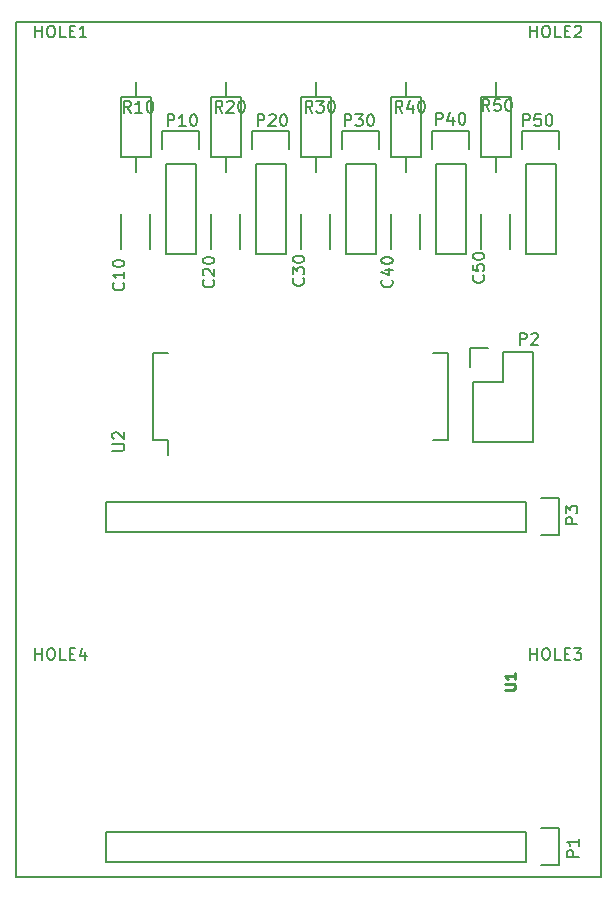
<source format=gbr>
G04 #@! TF.FileFunction,Legend,Top*
%FSLAX46Y46*%
G04 Gerber Fmt 4.6, Leading zero omitted, Abs format (unit mm)*
G04 Created by KiCad (PCBNEW 4.0.3-stable) date 2016 August 18, Thursday 22:42:55*
%MOMM*%
%LPD*%
G01*
G04 APERTURE LIST*
%ADD10C,0.100000*%
%ADD11C,0.150000*%
%ADD12C,0.222250*%
%ADD13C,0.304800*%
G04 APERTURE END LIST*
D10*
D11*
X127000000Y-46990000D02*
X127000000Y-119380000D01*
X77470000Y-46990000D02*
X77470000Y-119380000D01*
X127000000Y-119380000D02*
X77470000Y-119380000D01*
X77470000Y-46990000D02*
X127000000Y-46990000D01*
X89145000Y-82415000D02*
X90415000Y-82415000D01*
X89145000Y-75065000D02*
X90415000Y-75065000D01*
X114055000Y-75065000D02*
X112785000Y-75065000D01*
X114055000Y-82415000D02*
X112785000Y-82415000D01*
X89145000Y-82415000D02*
X89145000Y-75065000D01*
X114055000Y-82415000D02*
X114055000Y-75065000D01*
X90415000Y-82415000D02*
X90415000Y-83700000D01*
X113030000Y-59055000D02*
X113030000Y-66675000D01*
X115570000Y-59055000D02*
X115570000Y-66675000D01*
X115850000Y-56235000D02*
X115850000Y-57785000D01*
X113030000Y-66675000D02*
X115570000Y-66675000D01*
X115570000Y-59055000D02*
X113030000Y-59055000D01*
X112750000Y-57785000D02*
X112750000Y-56235000D01*
X112750000Y-56235000D02*
X115850000Y-56235000D01*
X104120000Y-63250000D02*
X104120000Y-66250000D01*
X101620000Y-66250000D02*
X101620000Y-63250000D01*
X93980000Y-58420000D02*
X93980000Y-53340000D01*
X93980000Y-53340000D02*
X96520000Y-53340000D01*
X96520000Y-53340000D02*
X96520000Y-58420000D01*
X96520000Y-58420000D02*
X93980000Y-58420000D01*
X95250000Y-58420000D02*
X95250000Y-59690000D01*
X95250000Y-53340000D02*
X95250000Y-52070000D01*
X88880000Y-63250000D02*
X88880000Y-66250000D01*
X86380000Y-66250000D02*
X86380000Y-63250000D01*
X86360000Y-58420000D02*
X86360000Y-53340000D01*
X86360000Y-53340000D02*
X88900000Y-53340000D01*
X88900000Y-53340000D02*
X88900000Y-58420000D01*
X88900000Y-58420000D02*
X86360000Y-58420000D01*
X87630000Y-58420000D02*
X87630000Y-59690000D01*
X87630000Y-53340000D02*
X87630000Y-52070000D01*
X96500000Y-63250000D02*
X96500000Y-66250000D01*
X94000000Y-66250000D02*
X94000000Y-63250000D01*
X111740000Y-63250000D02*
X111740000Y-66250000D01*
X109240000Y-66250000D02*
X109240000Y-63250000D01*
X119360000Y-63250000D02*
X119360000Y-66250000D01*
X116860000Y-66250000D02*
X116860000Y-63250000D01*
X116205000Y-77470000D02*
X116205000Y-82550000D01*
X115925000Y-74650000D02*
X117475000Y-74650000D01*
X118745000Y-74930000D02*
X118745000Y-77470000D01*
X118745000Y-77470000D02*
X116205000Y-77470000D01*
X116205000Y-82550000D02*
X121285000Y-82550000D01*
X121285000Y-82550000D02*
X121285000Y-77470000D01*
X115925000Y-74650000D02*
X115925000Y-76200000D01*
X121285000Y-74930000D02*
X118745000Y-74930000D01*
X121285000Y-77470000D02*
X121285000Y-74930000D01*
X90170000Y-59055000D02*
X90170000Y-66675000D01*
X92710000Y-59055000D02*
X92710000Y-66675000D01*
X92990000Y-56235000D02*
X92990000Y-57785000D01*
X90170000Y-66675000D02*
X92710000Y-66675000D01*
X92710000Y-59055000D02*
X90170000Y-59055000D01*
X89890000Y-57785000D02*
X89890000Y-56235000D01*
X89890000Y-56235000D02*
X92990000Y-56235000D01*
X97790000Y-59055000D02*
X97790000Y-66675000D01*
X100330000Y-59055000D02*
X100330000Y-66675000D01*
X100610000Y-56235000D02*
X100610000Y-57785000D01*
X97790000Y-66675000D02*
X100330000Y-66675000D01*
X100330000Y-59055000D02*
X97790000Y-59055000D01*
X97510000Y-57785000D02*
X97510000Y-56235000D01*
X97510000Y-56235000D02*
X100610000Y-56235000D01*
X105410000Y-59055000D02*
X105410000Y-66675000D01*
X107950000Y-59055000D02*
X107950000Y-66675000D01*
X108230000Y-56235000D02*
X108230000Y-57785000D01*
X105410000Y-66675000D02*
X107950000Y-66675000D01*
X107950000Y-59055000D02*
X105410000Y-59055000D01*
X105130000Y-57785000D02*
X105130000Y-56235000D01*
X105130000Y-56235000D02*
X108230000Y-56235000D01*
X120650000Y-59055000D02*
X120650000Y-66675000D01*
X123190000Y-59055000D02*
X123190000Y-66675000D01*
X123470000Y-56235000D02*
X123470000Y-57785000D01*
X120650000Y-66675000D02*
X123190000Y-66675000D01*
X123190000Y-59055000D02*
X120650000Y-59055000D01*
X120370000Y-57785000D02*
X120370000Y-56235000D01*
X120370000Y-56235000D02*
X123470000Y-56235000D01*
X101600000Y-58420000D02*
X101600000Y-53340000D01*
X101600000Y-53340000D02*
X104140000Y-53340000D01*
X104140000Y-53340000D02*
X104140000Y-58420000D01*
X104140000Y-58420000D02*
X101600000Y-58420000D01*
X102870000Y-58420000D02*
X102870000Y-59690000D01*
X102870000Y-53340000D02*
X102870000Y-52070000D01*
X109220000Y-58420000D02*
X109220000Y-53340000D01*
X109220000Y-53340000D02*
X111760000Y-53340000D01*
X111760000Y-53340000D02*
X111760000Y-58420000D01*
X111760000Y-58420000D02*
X109220000Y-58420000D01*
X110490000Y-58420000D02*
X110490000Y-59690000D01*
X110490000Y-53340000D02*
X110490000Y-52070000D01*
X116840000Y-58420000D02*
X116840000Y-53340000D01*
X116840000Y-53340000D02*
X119380000Y-53340000D01*
X119380000Y-53340000D02*
X119380000Y-58420000D01*
X119380000Y-58420000D02*
X116840000Y-58420000D01*
X118110000Y-58420000D02*
X118110000Y-59690000D01*
X118110000Y-53340000D02*
X118110000Y-52070000D01*
X120650000Y-115570000D02*
X85090000Y-115570000D01*
X85090000Y-115570000D02*
X85090000Y-118110000D01*
X85090000Y-118110000D02*
X120650000Y-118110000D01*
X123470000Y-118390000D02*
X121920000Y-118390000D01*
X120650000Y-118110000D02*
X120650000Y-115570000D01*
X121920000Y-115290000D02*
X123470000Y-115290000D01*
X123470000Y-115290000D02*
X123470000Y-118390000D01*
X120650000Y-87630000D02*
X85090000Y-87630000D01*
X85090000Y-87630000D02*
X85090000Y-90170000D01*
X85090000Y-90170000D02*
X120650000Y-90170000D01*
X123470000Y-90450000D02*
X121920000Y-90450000D01*
X120650000Y-90170000D02*
X120650000Y-87630000D01*
X121920000Y-87350000D02*
X123470000Y-87350000D01*
X123470000Y-87350000D02*
X123470000Y-90450000D01*
X85672381Y-83311905D02*
X86481905Y-83311905D01*
X86577143Y-83264286D01*
X86624762Y-83216667D01*
X86672381Y-83121429D01*
X86672381Y-82930952D01*
X86624762Y-82835714D01*
X86577143Y-82788095D01*
X86481905Y-82740476D01*
X85672381Y-82740476D01*
X85767619Y-82311905D02*
X85720000Y-82264286D01*
X85672381Y-82169048D01*
X85672381Y-81930952D01*
X85720000Y-81835714D01*
X85767619Y-81788095D01*
X85862857Y-81740476D01*
X85958095Y-81740476D01*
X86100952Y-81788095D01*
X86672381Y-82359524D01*
X86672381Y-81740476D01*
X79137143Y-101027381D02*
X79137143Y-100027381D01*
X79137143Y-100503571D02*
X79708572Y-100503571D01*
X79708572Y-101027381D02*
X79708572Y-100027381D01*
X80375238Y-100027381D02*
X80565715Y-100027381D01*
X80660953Y-100075000D01*
X80756191Y-100170238D01*
X80803810Y-100360714D01*
X80803810Y-100694048D01*
X80756191Y-100884524D01*
X80660953Y-100979762D01*
X80565715Y-101027381D01*
X80375238Y-101027381D01*
X80280000Y-100979762D01*
X80184762Y-100884524D01*
X80137143Y-100694048D01*
X80137143Y-100360714D01*
X80184762Y-100170238D01*
X80280000Y-100075000D01*
X80375238Y-100027381D01*
X81708572Y-101027381D02*
X81232381Y-101027381D01*
X81232381Y-100027381D01*
X82041905Y-100503571D02*
X82375239Y-100503571D01*
X82518096Y-101027381D02*
X82041905Y-101027381D01*
X82041905Y-100027381D01*
X82518096Y-100027381D01*
X83375239Y-100360714D02*
X83375239Y-101027381D01*
X83137143Y-99979762D02*
X82899048Y-100694048D01*
X83518096Y-100694048D01*
X121047143Y-101027381D02*
X121047143Y-100027381D01*
X121047143Y-100503571D02*
X121618572Y-100503571D01*
X121618572Y-101027381D02*
X121618572Y-100027381D01*
X122285238Y-100027381D02*
X122475715Y-100027381D01*
X122570953Y-100075000D01*
X122666191Y-100170238D01*
X122713810Y-100360714D01*
X122713810Y-100694048D01*
X122666191Y-100884524D01*
X122570953Y-100979762D01*
X122475715Y-101027381D01*
X122285238Y-101027381D01*
X122190000Y-100979762D01*
X122094762Y-100884524D01*
X122047143Y-100694048D01*
X122047143Y-100360714D01*
X122094762Y-100170238D01*
X122190000Y-100075000D01*
X122285238Y-100027381D01*
X123618572Y-101027381D02*
X123142381Y-101027381D01*
X123142381Y-100027381D01*
X123951905Y-100503571D02*
X124285239Y-100503571D01*
X124428096Y-101027381D02*
X123951905Y-101027381D01*
X123951905Y-100027381D01*
X124428096Y-100027381D01*
X124761429Y-100027381D02*
X125380477Y-100027381D01*
X125047143Y-100408333D01*
X125190001Y-100408333D01*
X125285239Y-100455952D01*
X125332858Y-100503571D01*
X125380477Y-100598810D01*
X125380477Y-100836905D01*
X125332858Y-100932143D01*
X125285239Y-100979762D01*
X125190001Y-101027381D01*
X124904286Y-101027381D01*
X124809048Y-100979762D01*
X124761429Y-100932143D01*
X121047143Y-48322381D02*
X121047143Y-47322381D01*
X121047143Y-47798571D02*
X121618572Y-47798571D01*
X121618572Y-48322381D02*
X121618572Y-47322381D01*
X122285238Y-47322381D02*
X122475715Y-47322381D01*
X122570953Y-47370000D01*
X122666191Y-47465238D01*
X122713810Y-47655714D01*
X122713810Y-47989048D01*
X122666191Y-48179524D01*
X122570953Y-48274762D01*
X122475715Y-48322381D01*
X122285238Y-48322381D01*
X122190000Y-48274762D01*
X122094762Y-48179524D01*
X122047143Y-47989048D01*
X122047143Y-47655714D01*
X122094762Y-47465238D01*
X122190000Y-47370000D01*
X122285238Y-47322381D01*
X123618572Y-48322381D02*
X123142381Y-48322381D01*
X123142381Y-47322381D01*
X123951905Y-47798571D02*
X124285239Y-47798571D01*
X124428096Y-48322381D02*
X123951905Y-48322381D01*
X123951905Y-47322381D01*
X124428096Y-47322381D01*
X124809048Y-47417619D02*
X124856667Y-47370000D01*
X124951905Y-47322381D01*
X125190001Y-47322381D01*
X125285239Y-47370000D01*
X125332858Y-47417619D01*
X125380477Y-47512857D01*
X125380477Y-47608095D01*
X125332858Y-47750952D01*
X124761429Y-48322381D01*
X125380477Y-48322381D01*
X113085714Y-55697381D02*
X113085714Y-54697381D01*
X113466667Y-54697381D01*
X113561905Y-54745000D01*
X113609524Y-54792619D01*
X113657143Y-54887857D01*
X113657143Y-55030714D01*
X113609524Y-55125952D01*
X113561905Y-55173571D01*
X113466667Y-55221190D01*
X113085714Y-55221190D01*
X114514286Y-55030714D02*
X114514286Y-55697381D01*
X114276190Y-54649762D02*
X114038095Y-55364048D01*
X114657143Y-55364048D01*
X115228571Y-54697381D02*
X115323810Y-54697381D01*
X115419048Y-54745000D01*
X115466667Y-54792619D01*
X115514286Y-54887857D01*
X115561905Y-55078333D01*
X115561905Y-55316429D01*
X115514286Y-55506905D01*
X115466667Y-55602143D01*
X115419048Y-55649762D01*
X115323810Y-55697381D01*
X115228571Y-55697381D01*
X115133333Y-55649762D01*
X115085714Y-55602143D01*
X115038095Y-55506905D01*
X114990476Y-55316429D01*
X114990476Y-55078333D01*
X115038095Y-54887857D01*
X115085714Y-54792619D01*
X115133333Y-54745000D01*
X115228571Y-54697381D01*
X101830143Y-68714857D02*
X101877762Y-68762476D01*
X101925381Y-68905333D01*
X101925381Y-69000571D01*
X101877762Y-69143429D01*
X101782524Y-69238667D01*
X101687286Y-69286286D01*
X101496810Y-69333905D01*
X101353952Y-69333905D01*
X101163476Y-69286286D01*
X101068238Y-69238667D01*
X100973000Y-69143429D01*
X100925381Y-69000571D01*
X100925381Y-68905333D01*
X100973000Y-68762476D01*
X101020619Y-68714857D01*
X100925381Y-68381524D02*
X100925381Y-67762476D01*
X101306333Y-68095810D01*
X101306333Y-67952952D01*
X101353952Y-67857714D01*
X101401571Y-67810095D01*
X101496810Y-67762476D01*
X101734905Y-67762476D01*
X101830143Y-67810095D01*
X101877762Y-67857714D01*
X101925381Y-67952952D01*
X101925381Y-68238667D01*
X101877762Y-68333905D01*
X101830143Y-68381524D01*
X100925381Y-67143429D02*
X100925381Y-67048190D01*
X100973000Y-66952952D01*
X101020619Y-66905333D01*
X101115857Y-66857714D01*
X101306333Y-66810095D01*
X101544429Y-66810095D01*
X101734905Y-66857714D01*
X101830143Y-66905333D01*
X101877762Y-66952952D01*
X101925381Y-67048190D01*
X101925381Y-67143429D01*
X101877762Y-67238667D01*
X101830143Y-67286286D01*
X101734905Y-67333905D01*
X101544429Y-67381524D01*
X101306333Y-67381524D01*
X101115857Y-67333905D01*
X101020619Y-67286286D01*
X100973000Y-67238667D01*
X100925381Y-67143429D01*
X94988143Y-54681381D02*
X94654809Y-54205190D01*
X94416714Y-54681381D02*
X94416714Y-53681381D01*
X94797667Y-53681381D01*
X94892905Y-53729000D01*
X94940524Y-53776619D01*
X94988143Y-53871857D01*
X94988143Y-54014714D01*
X94940524Y-54109952D01*
X94892905Y-54157571D01*
X94797667Y-54205190D01*
X94416714Y-54205190D01*
X95369095Y-53776619D02*
X95416714Y-53729000D01*
X95511952Y-53681381D01*
X95750048Y-53681381D01*
X95845286Y-53729000D01*
X95892905Y-53776619D01*
X95940524Y-53871857D01*
X95940524Y-53967095D01*
X95892905Y-54109952D01*
X95321476Y-54681381D01*
X95940524Y-54681381D01*
X96559571Y-53681381D02*
X96654810Y-53681381D01*
X96750048Y-53729000D01*
X96797667Y-53776619D01*
X96845286Y-53871857D01*
X96892905Y-54062333D01*
X96892905Y-54300429D01*
X96845286Y-54490905D01*
X96797667Y-54586143D01*
X96750048Y-54633762D01*
X96654810Y-54681381D01*
X96559571Y-54681381D01*
X96464333Y-54633762D01*
X96416714Y-54586143D01*
X96369095Y-54490905D01*
X96321476Y-54300429D01*
X96321476Y-54062333D01*
X96369095Y-53871857D01*
X96416714Y-53776619D01*
X96464333Y-53729000D01*
X96559571Y-53681381D01*
X86590143Y-69095857D02*
X86637762Y-69143476D01*
X86685381Y-69286333D01*
X86685381Y-69381571D01*
X86637762Y-69524429D01*
X86542524Y-69619667D01*
X86447286Y-69667286D01*
X86256810Y-69714905D01*
X86113952Y-69714905D01*
X85923476Y-69667286D01*
X85828238Y-69619667D01*
X85733000Y-69524429D01*
X85685381Y-69381571D01*
X85685381Y-69286333D01*
X85733000Y-69143476D01*
X85780619Y-69095857D01*
X86685381Y-68143476D02*
X86685381Y-68714905D01*
X86685381Y-68429191D02*
X85685381Y-68429191D01*
X85828238Y-68524429D01*
X85923476Y-68619667D01*
X85971095Y-68714905D01*
X85685381Y-67524429D02*
X85685381Y-67429190D01*
X85733000Y-67333952D01*
X85780619Y-67286333D01*
X85875857Y-67238714D01*
X86066333Y-67191095D01*
X86304429Y-67191095D01*
X86494905Y-67238714D01*
X86590143Y-67286333D01*
X86637762Y-67333952D01*
X86685381Y-67429190D01*
X86685381Y-67524429D01*
X86637762Y-67619667D01*
X86590143Y-67667286D01*
X86494905Y-67714905D01*
X86304429Y-67762524D01*
X86066333Y-67762524D01*
X85875857Y-67714905D01*
X85780619Y-67667286D01*
X85733000Y-67619667D01*
X85685381Y-67524429D01*
X87241143Y-54681381D02*
X86907809Y-54205190D01*
X86669714Y-54681381D02*
X86669714Y-53681381D01*
X87050667Y-53681381D01*
X87145905Y-53729000D01*
X87193524Y-53776619D01*
X87241143Y-53871857D01*
X87241143Y-54014714D01*
X87193524Y-54109952D01*
X87145905Y-54157571D01*
X87050667Y-54205190D01*
X86669714Y-54205190D01*
X88193524Y-54681381D02*
X87622095Y-54681381D01*
X87907809Y-54681381D02*
X87907809Y-53681381D01*
X87812571Y-53824238D01*
X87717333Y-53919476D01*
X87622095Y-53967095D01*
X88812571Y-53681381D02*
X88907810Y-53681381D01*
X89003048Y-53729000D01*
X89050667Y-53776619D01*
X89098286Y-53871857D01*
X89145905Y-54062333D01*
X89145905Y-54300429D01*
X89098286Y-54490905D01*
X89050667Y-54586143D01*
X89003048Y-54633762D01*
X88907810Y-54681381D01*
X88812571Y-54681381D01*
X88717333Y-54633762D01*
X88669714Y-54586143D01*
X88622095Y-54490905D01*
X88574476Y-54300429D01*
X88574476Y-54062333D01*
X88622095Y-53871857D01*
X88669714Y-53776619D01*
X88717333Y-53729000D01*
X88812571Y-53681381D01*
X94210143Y-68841857D02*
X94257762Y-68889476D01*
X94305381Y-69032333D01*
X94305381Y-69127571D01*
X94257762Y-69270429D01*
X94162524Y-69365667D01*
X94067286Y-69413286D01*
X93876810Y-69460905D01*
X93733952Y-69460905D01*
X93543476Y-69413286D01*
X93448238Y-69365667D01*
X93353000Y-69270429D01*
X93305381Y-69127571D01*
X93305381Y-69032333D01*
X93353000Y-68889476D01*
X93400619Y-68841857D01*
X93400619Y-68460905D02*
X93353000Y-68413286D01*
X93305381Y-68318048D01*
X93305381Y-68079952D01*
X93353000Y-67984714D01*
X93400619Y-67937095D01*
X93495857Y-67889476D01*
X93591095Y-67889476D01*
X93733952Y-67937095D01*
X94305381Y-68508524D01*
X94305381Y-67889476D01*
X93305381Y-67270429D02*
X93305381Y-67175190D01*
X93353000Y-67079952D01*
X93400619Y-67032333D01*
X93495857Y-66984714D01*
X93686333Y-66937095D01*
X93924429Y-66937095D01*
X94114905Y-66984714D01*
X94210143Y-67032333D01*
X94257762Y-67079952D01*
X94305381Y-67175190D01*
X94305381Y-67270429D01*
X94257762Y-67365667D01*
X94210143Y-67413286D01*
X94114905Y-67460905D01*
X93924429Y-67508524D01*
X93686333Y-67508524D01*
X93495857Y-67460905D01*
X93400619Y-67413286D01*
X93353000Y-67365667D01*
X93305381Y-67270429D01*
X109323143Y-68841857D02*
X109370762Y-68889476D01*
X109418381Y-69032333D01*
X109418381Y-69127571D01*
X109370762Y-69270429D01*
X109275524Y-69365667D01*
X109180286Y-69413286D01*
X108989810Y-69460905D01*
X108846952Y-69460905D01*
X108656476Y-69413286D01*
X108561238Y-69365667D01*
X108466000Y-69270429D01*
X108418381Y-69127571D01*
X108418381Y-69032333D01*
X108466000Y-68889476D01*
X108513619Y-68841857D01*
X108751714Y-67984714D02*
X109418381Y-67984714D01*
X108370762Y-68222810D02*
X109085048Y-68460905D01*
X109085048Y-67841857D01*
X108418381Y-67270429D02*
X108418381Y-67175190D01*
X108466000Y-67079952D01*
X108513619Y-67032333D01*
X108608857Y-66984714D01*
X108799333Y-66937095D01*
X109037429Y-66937095D01*
X109227905Y-66984714D01*
X109323143Y-67032333D01*
X109370762Y-67079952D01*
X109418381Y-67175190D01*
X109418381Y-67270429D01*
X109370762Y-67365667D01*
X109323143Y-67413286D01*
X109227905Y-67460905D01*
X109037429Y-67508524D01*
X108799333Y-67508524D01*
X108608857Y-67460905D01*
X108513619Y-67413286D01*
X108466000Y-67365667D01*
X108418381Y-67270429D01*
X117070143Y-68460857D02*
X117117762Y-68508476D01*
X117165381Y-68651333D01*
X117165381Y-68746571D01*
X117117762Y-68889429D01*
X117022524Y-68984667D01*
X116927286Y-69032286D01*
X116736810Y-69079905D01*
X116593952Y-69079905D01*
X116403476Y-69032286D01*
X116308238Y-68984667D01*
X116213000Y-68889429D01*
X116165381Y-68746571D01*
X116165381Y-68651333D01*
X116213000Y-68508476D01*
X116260619Y-68460857D01*
X116165381Y-67556095D02*
X116165381Y-68032286D01*
X116641571Y-68079905D01*
X116593952Y-68032286D01*
X116546333Y-67937048D01*
X116546333Y-67698952D01*
X116593952Y-67603714D01*
X116641571Y-67556095D01*
X116736810Y-67508476D01*
X116974905Y-67508476D01*
X117070143Y-67556095D01*
X117117762Y-67603714D01*
X117165381Y-67698952D01*
X117165381Y-67937048D01*
X117117762Y-68032286D01*
X117070143Y-68079905D01*
X116165381Y-66889429D02*
X116165381Y-66794190D01*
X116213000Y-66698952D01*
X116260619Y-66651333D01*
X116355857Y-66603714D01*
X116546333Y-66556095D01*
X116784429Y-66556095D01*
X116974905Y-66603714D01*
X117070143Y-66651333D01*
X117117762Y-66698952D01*
X117165381Y-66794190D01*
X117165381Y-66889429D01*
X117117762Y-66984667D01*
X117070143Y-67032286D01*
X116974905Y-67079905D01*
X116784429Y-67127524D01*
X116546333Y-67127524D01*
X116355857Y-67079905D01*
X116260619Y-67032286D01*
X116213000Y-66984667D01*
X116165381Y-66889429D01*
X120165905Y-74366381D02*
X120165905Y-73366381D01*
X120546858Y-73366381D01*
X120642096Y-73414000D01*
X120689715Y-73461619D01*
X120737334Y-73556857D01*
X120737334Y-73699714D01*
X120689715Y-73794952D01*
X120642096Y-73842571D01*
X120546858Y-73890190D01*
X120165905Y-73890190D01*
X121118286Y-73461619D02*
X121165905Y-73414000D01*
X121261143Y-73366381D01*
X121499239Y-73366381D01*
X121594477Y-73414000D01*
X121642096Y-73461619D01*
X121689715Y-73556857D01*
X121689715Y-73652095D01*
X121642096Y-73794952D01*
X121070667Y-74366381D01*
X121689715Y-74366381D01*
X90352714Y-55824381D02*
X90352714Y-54824381D01*
X90733667Y-54824381D01*
X90828905Y-54872000D01*
X90876524Y-54919619D01*
X90924143Y-55014857D01*
X90924143Y-55157714D01*
X90876524Y-55252952D01*
X90828905Y-55300571D01*
X90733667Y-55348190D01*
X90352714Y-55348190D01*
X91876524Y-55824381D02*
X91305095Y-55824381D01*
X91590809Y-55824381D02*
X91590809Y-54824381D01*
X91495571Y-54967238D01*
X91400333Y-55062476D01*
X91305095Y-55110095D01*
X92495571Y-54824381D02*
X92590810Y-54824381D01*
X92686048Y-54872000D01*
X92733667Y-54919619D01*
X92781286Y-55014857D01*
X92828905Y-55205333D01*
X92828905Y-55443429D01*
X92781286Y-55633905D01*
X92733667Y-55729143D01*
X92686048Y-55776762D01*
X92590810Y-55824381D01*
X92495571Y-55824381D01*
X92400333Y-55776762D01*
X92352714Y-55729143D01*
X92305095Y-55633905D01*
X92257476Y-55443429D01*
X92257476Y-55205333D01*
X92305095Y-55014857D01*
X92352714Y-54919619D01*
X92400333Y-54872000D01*
X92495571Y-54824381D01*
X97972714Y-55824381D02*
X97972714Y-54824381D01*
X98353667Y-54824381D01*
X98448905Y-54872000D01*
X98496524Y-54919619D01*
X98544143Y-55014857D01*
X98544143Y-55157714D01*
X98496524Y-55252952D01*
X98448905Y-55300571D01*
X98353667Y-55348190D01*
X97972714Y-55348190D01*
X98925095Y-54919619D02*
X98972714Y-54872000D01*
X99067952Y-54824381D01*
X99306048Y-54824381D01*
X99401286Y-54872000D01*
X99448905Y-54919619D01*
X99496524Y-55014857D01*
X99496524Y-55110095D01*
X99448905Y-55252952D01*
X98877476Y-55824381D01*
X99496524Y-55824381D01*
X100115571Y-54824381D02*
X100210810Y-54824381D01*
X100306048Y-54872000D01*
X100353667Y-54919619D01*
X100401286Y-55014857D01*
X100448905Y-55205333D01*
X100448905Y-55443429D01*
X100401286Y-55633905D01*
X100353667Y-55729143D01*
X100306048Y-55776762D01*
X100210810Y-55824381D01*
X100115571Y-55824381D01*
X100020333Y-55776762D01*
X99972714Y-55729143D01*
X99925095Y-55633905D01*
X99877476Y-55443429D01*
X99877476Y-55205333D01*
X99925095Y-55014857D01*
X99972714Y-54919619D01*
X100020333Y-54872000D01*
X100115571Y-54824381D01*
X105338714Y-55824381D02*
X105338714Y-54824381D01*
X105719667Y-54824381D01*
X105814905Y-54872000D01*
X105862524Y-54919619D01*
X105910143Y-55014857D01*
X105910143Y-55157714D01*
X105862524Y-55252952D01*
X105814905Y-55300571D01*
X105719667Y-55348190D01*
X105338714Y-55348190D01*
X106243476Y-54824381D02*
X106862524Y-54824381D01*
X106529190Y-55205333D01*
X106672048Y-55205333D01*
X106767286Y-55252952D01*
X106814905Y-55300571D01*
X106862524Y-55395810D01*
X106862524Y-55633905D01*
X106814905Y-55729143D01*
X106767286Y-55776762D01*
X106672048Y-55824381D01*
X106386333Y-55824381D01*
X106291095Y-55776762D01*
X106243476Y-55729143D01*
X107481571Y-54824381D02*
X107576810Y-54824381D01*
X107672048Y-54872000D01*
X107719667Y-54919619D01*
X107767286Y-55014857D01*
X107814905Y-55205333D01*
X107814905Y-55443429D01*
X107767286Y-55633905D01*
X107719667Y-55729143D01*
X107672048Y-55776762D01*
X107576810Y-55824381D01*
X107481571Y-55824381D01*
X107386333Y-55776762D01*
X107338714Y-55729143D01*
X107291095Y-55633905D01*
X107243476Y-55443429D01*
X107243476Y-55205333D01*
X107291095Y-55014857D01*
X107338714Y-54919619D01*
X107386333Y-54872000D01*
X107481571Y-54824381D01*
X120451714Y-55824381D02*
X120451714Y-54824381D01*
X120832667Y-54824381D01*
X120927905Y-54872000D01*
X120975524Y-54919619D01*
X121023143Y-55014857D01*
X121023143Y-55157714D01*
X120975524Y-55252952D01*
X120927905Y-55300571D01*
X120832667Y-55348190D01*
X120451714Y-55348190D01*
X121927905Y-54824381D02*
X121451714Y-54824381D01*
X121404095Y-55300571D01*
X121451714Y-55252952D01*
X121546952Y-55205333D01*
X121785048Y-55205333D01*
X121880286Y-55252952D01*
X121927905Y-55300571D01*
X121975524Y-55395810D01*
X121975524Y-55633905D01*
X121927905Y-55729143D01*
X121880286Y-55776762D01*
X121785048Y-55824381D01*
X121546952Y-55824381D01*
X121451714Y-55776762D01*
X121404095Y-55729143D01*
X122594571Y-54824381D02*
X122689810Y-54824381D01*
X122785048Y-54872000D01*
X122832667Y-54919619D01*
X122880286Y-55014857D01*
X122927905Y-55205333D01*
X122927905Y-55443429D01*
X122880286Y-55633905D01*
X122832667Y-55729143D01*
X122785048Y-55776762D01*
X122689810Y-55824381D01*
X122594571Y-55824381D01*
X122499333Y-55776762D01*
X122451714Y-55729143D01*
X122404095Y-55633905D01*
X122356476Y-55443429D01*
X122356476Y-55205333D01*
X122404095Y-55014857D01*
X122451714Y-54919619D01*
X122499333Y-54872000D01*
X122594571Y-54824381D01*
X102608143Y-54681381D02*
X102274809Y-54205190D01*
X102036714Y-54681381D02*
X102036714Y-53681381D01*
X102417667Y-53681381D01*
X102512905Y-53729000D01*
X102560524Y-53776619D01*
X102608143Y-53871857D01*
X102608143Y-54014714D01*
X102560524Y-54109952D01*
X102512905Y-54157571D01*
X102417667Y-54205190D01*
X102036714Y-54205190D01*
X102941476Y-53681381D02*
X103560524Y-53681381D01*
X103227190Y-54062333D01*
X103370048Y-54062333D01*
X103465286Y-54109952D01*
X103512905Y-54157571D01*
X103560524Y-54252810D01*
X103560524Y-54490905D01*
X103512905Y-54586143D01*
X103465286Y-54633762D01*
X103370048Y-54681381D01*
X103084333Y-54681381D01*
X102989095Y-54633762D01*
X102941476Y-54586143D01*
X104179571Y-53681381D02*
X104274810Y-53681381D01*
X104370048Y-53729000D01*
X104417667Y-53776619D01*
X104465286Y-53871857D01*
X104512905Y-54062333D01*
X104512905Y-54300429D01*
X104465286Y-54490905D01*
X104417667Y-54586143D01*
X104370048Y-54633762D01*
X104274810Y-54681381D01*
X104179571Y-54681381D01*
X104084333Y-54633762D01*
X104036714Y-54586143D01*
X103989095Y-54490905D01*
X103941476Y-54300429D01*
X103941476Y-54062333D01*
X103989095Y-53871857D01*
X104036714Y-53776619D01*
X104084333Y-53729000D01*
X104179571Y-53681381D01*
X110228143Y-54681381D02*
X109894809Y-54205190D01*
X109656714Y-54681381D02*
X109656714Y-53681381D01*
X110037667Y-53681381D01*
X110132905Y-53729000D01*
X110180524Y-53776619D01*
X110228143Y-53871857D01*
X110228143Y-54014714D01*
X110180524Y-54109952D01*
X110132905Y-54157571D01*
X110037667Y-54205190D01*
X109656714Y-54205190D01*
X111085286Y-54014714D02*
X111085286Y-54681381D01*
X110847190Y-53633762D02*
X110609095Y-54348048D01*
X111228143Y-54348048D01*
X111799571Y-53681381D02*
X111894810Y-53681381D01*
X111990048Y-53729000D01*
X112037667Y-53776619D01*
X112085286Y-53871857D01*
X112132905Y-54062333D01*
X112132905Y-54300429D01*
X112085286Y-54490905D01*
X112037667Y-54586143D01*
X111990048Y-54633762D01*
X111894810Y-54681381D01*
X111799571Y-54681381D01*
X111704333Y-54633762D01*
X111656714Y-54586143D01*
X111609095Y-54490905D01*
X111561476Y-54300429D01*
X111561476Y-54062333D01*
X111609095Y-53871857D01*
X111656714Y-53776619D01*
X111704333Y-53729000D01*
X111799571Y-53681381D01*
X117594143Y-54554381D02*
X117260809Y-54078190D01*
X117022714Y-54554381D02*
X117022714Y-53554381D01*
X117403667Y-53554381D01*
X117498905Y-53602000D01*
X117546524Y-53649619D01*
X117594143Y-53744857D01*
X117594143Y-53887714D01*
X117546524Y-53982952D01*
X117498905Y-54030571D01*
X117403667Y-54078190D01*
X117022714Y-54078190D01*
X118498905Y-53554381D02*
X118022714Y-53554381D01*
X117975095Y-54030571D01*
X118022714Y-53982952D01*
X118117952Y-53935333D01*
X118356048Y-53935333D01*
X118451286Y-53982952D01*
X118498905Y-54030571D01*
X118546524Y-54125810D01*
X118546524Y-54363905D01*
X118498905Y-54459143D01*
X118451286Y-54506762D01*
X118356048Y-54554381D01*
X118117952Y-54554381D01*
X118022714Y-54506762D01*
X117975095Y-54459143D01*
X119165571Y-53554381D02*
X119260810Y-53554381D01*
X119356048Y-53602000D01*
X119403667Y-53649619D01*
X119451286Y-53744857D01*
X119498905Y-53935333D01*
X119498905Y-54173429D01*
X119451286Y-54363905D01*
X119403667Y-54459143D01*
X119356048Y-54506762D01*
X119260810Y-54554381D01*
X119165571Y-54554381D01*
X119070333Y-54506762D01*
X119022714Y-54459143D01*
X118975095Y-54363905D01*
X118927476Y-54173429D01*
X118927476Y-53935333D01*
X118975095Y-53744857D01*
X119022714Y-53649619D01*
X119070333Y-53602000D01*
X119165571Y-53554381D01*
X79137143Y-48322381D02*
X79137143Y-47322381D01*
X79137143Y-47798571D02*
X79708572Y-47798571D01*
X79708572Y-48322381D02*
X79708572Y-47322381D01*
X80375238Y-47322381D02*
X80565715Y-47322381D01*
X80660953Y-47370000D01*
X80756191Y-47465238D01*
X80803810Y-47655714D01*
X80803810Y-47989048D01*
X80756191Y-48179524D01*
X80660953Y-48274762D01*
X80565715Y-48322381D01*
X80375238Y-48322381D01*
X80280000Y-48274762D01*
X80184762Y-48179524D01*
X80137143Y-47989048D01*
X80137143Y-47655714D01*
X80184762Y-47465238D01*
X80280000Y-47370000D01*
X80375238Y-47322381D01*
X81708572Y-48322381D02*
X81232381Y-48322381D01*
X81232381Y-47322381D01*
X82041905Y-47798571D02*
X82375239Y-47798571D01*
X82518096Y-48322381D02*
X82041905Y-48322381D01*
X82041905Y-47322381D01*
X82518096Y-47322381D01*
X83470477Y-48322381D02*
X82899048Y-48322381D01*
X83184762Y-48322381D02*
X83184762Y-47322381D01*
X83089524Y-47465238D01*
X82994286Y-47560476D01*
X82899048Y-47608095D01*
X125166381Y-117705095D02*
X124166381Y-117705095D01*
X124166381Y-117324142D01*
X124214000Y-117228904D01*
X124261619Y-117181285D01*
X124356857Y-117133666D01*
X124499714Y-117133666D01*
X124594952Y-117181285D01*
X124642571Y-117228904D01*
X124690190Y-117324142D01*
X124690190Y-117705095D01*
X125166381Y-116181285D02*
X125166381Y-116752714D01*
X125166381Y-116467000D02*
X124166381Y-116467000D01*
X124309238Y-116562238D01*
X124404476Y-116657476D01*
X124452095Y-116752714D01*
X125039381Y-89511095D02*
X124039381Y-89511095D01*
X124039381Y-89130142D01*
X124087000Y-89034904D01*
X124134619Y-88987285D01*
X124229857Y-88939666D01*
X124372714Y-88939666D01*
X124467952Y-88987285D01*
X124515571Y-89034904D01*
X124563190Y-89130142D01*
X124563190Y-89511095D01*
X124039381Y-88606333D02*
X124039381Y-87987285D01*
X124420333Y-88320619D01*
X124420333Y-88177761D01*
X124467952Y-88082523D01*
X124515571Y-88034904D01*
X124610810Y-87987285D01*
X124848905Y-87987285D01*
X124944143Y-88034904D01*
X124991762Y-88082523D01*
X125039381Y-88177761D01*
X125039381Y-88463476D01*
X124991762Y-88558714D01*
X124944143Y-88606333D01*
D12*
X118893167Y-103547333D02*
X119612833Y-103547333D01*
X119697500Y-103505000D01*
X119739833Y-103462667D01*
X119782167Y-103378000D01*
X119782167Y-103208667D01*
X119739833Y-103124000D01*
X119697500Y-103081667D01*
X119612833Y-103039333D01*
X118893167Y-103039333D01*
X119782167Y-102150334D02*
X119782167Y-102658334D01*
X119782167Y-102404334D02*
X118893167Y-102404334D01*
X119020167Y-102489000D01*
X119104833Y-102573667D01*
X119147167Y-102658334D01*
D13*
M02*

</source>
